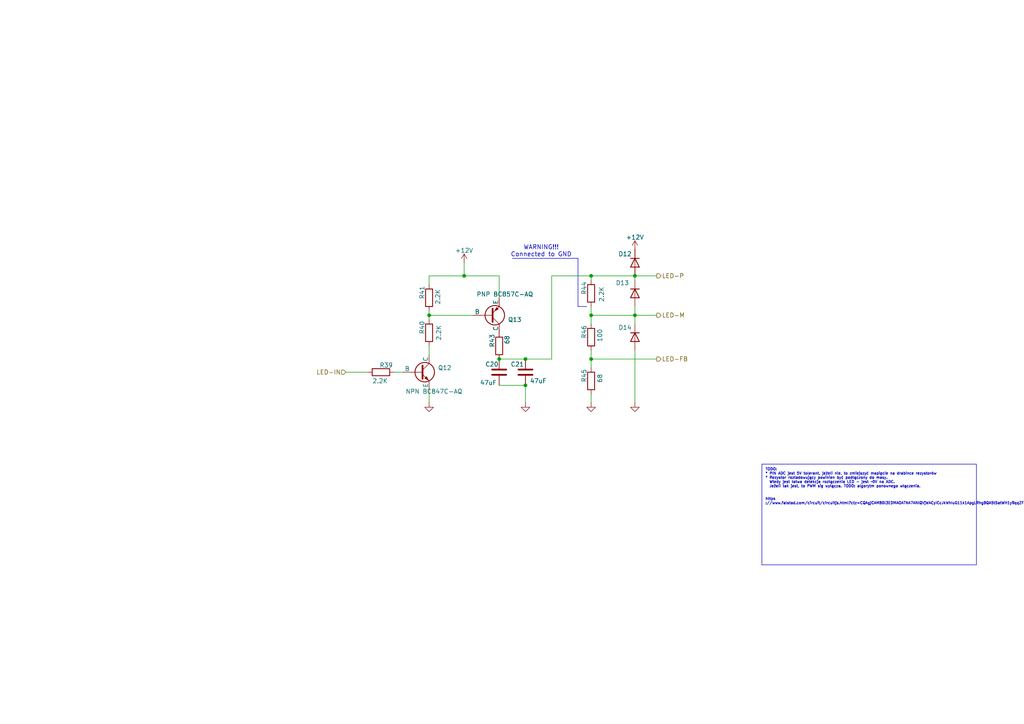
<source format=kicad_sch>
(kicad_sch (version 20250114) (generator "eeschema") (generator_version "9.0")
  (paper "A4")
  (lib_symbols
    (symbol "Device:C" (pin_numbers (hide yes)) (pin_names (offset 0.254))
      (property "Reference" "C" (at 0.635 2.54 0))
      (property "Value" "C" (at 0.635 -2.54 0))
      (symbol "C_0_1"
        (polyline (pts (xy -2.032 0.762) (xy 2.032 0.762)) (stroke (width 0.508)))
        (polyline (pts (xy -2.032 -0.762) (xy 2.032 -0.762)) (stroke (width 0.508)))
      )
      (symbol "C_1_1"
        (pin passive line (at 0 3.81 270) (length 2.794) (name "~") (number "1"))
        (pin passive line (at 0 -3.81 90) (length 2.794) (name "~") (number "2"))
      )
    )
    (symbol "Device:D" (pin_numbers (hide yes)) (pin_names (offset 1.016) (hide yes))
      (property "Reference" "D" (at 0 2.54 0))
      (property "Value" "D" (at 0 -2.54 0))
      (symbol "D_0_1"
        (polyline (pts (xy -1.27 1.27) (xy -1.27 -1.27)) (stroke (width 0.254)))
        (polyline (pts (xy 1.27 1.27) (xy 1.27 -1.27) (xy -1.27 0) (xy 1.27 1.27)) (stroke (width 0.254)))
        (polyline (pts (xy 1.27 0) (xy -1.27 0)))
      )
      (symbol "D_1_1"
        (pin passive line (at -3.81 0 0) (length 2.54) (name "K") (number "1"))
        (pin passive line (at 3.81 0 180) (length 2.54) (name "A") (number "2"))
      )
    )
    (symbol "Device:R" (pin_numbers (hide yes)) (pin_names (offset 0))
      (property "Reference" "R" (at 2.032 0 90))
      (property "Value" "R" (at 0 0 90))
      (symbol "R_0_1"
        (rectangle (start -1.016 -2.54) (end 1.016 2.54) (stroke (width 0.254)))
      )
      (symbol "R_1_1"
        (pin passive line (at 0 3.81 270) (length 1.27) (name "~") (number "1"))
        (pin passive line (at 0 -3.81 90) (length 1.27) (name "~") (number "2"))
      )
    )
    (symbol "NPN_1" (pin_numbers (hide yes)) (pin_names (offset 0))
      (property "Reference" "Q1" (at 5.08 1.2701 0))
      (property "Value" "NPN" (at 5.08 -1.2699 0))
      (symbol "NPN_1_0_1"
        (polyline (pts (xy -2.54 0) (xy 0.635 0)) (stroke (width 0.1524)))
        (polyline (pts (xy 0.635 1.905) (xy 0.635 -1.905) (xy 0.635 -1.905)) (stroke (width 0.508)))
        (polyline (pts (xy 0.635 0.635) (xy 2.54 2.54)))
        (polyline (pts (xy 0.635 -0.635) (xy 2.54 -2.54) (xy 2.54 -2.54)))
        (circle (center 1.27 0) (radius 2.8194) (stroke (width 0.254)))
        (polyline (pts (xy 1.27 -1.778) (xy 1.778 -1.27) (xy 2.286 -2.286) (xy 1.27 -1.778) (xy 1.27 -1.778)) (fill (type outline)))
        (polyline (pts (xy 2.794 -1.27) (xy 2.794 -1.27)) (stroke (width 0.1524)))
        (polyline (pts (xy 2.794 -1.27) (xy 2.794 -1.27)) (stroke (width 0.1524)))
      )
      (symbol "NPN_1_1_1"
        (pin input line (at -5.08 0 0) (length 2.54) (name "B") (number "1"))
        (pin open_collector line (at 2.54 5.08 270) (length 2.54) (name "C") (number "3"))
        (pin open_emitter line (at 2.54 -5.08 90) (length 2.54) (name "E") (number "2"))
      )
    )
    (symbol "Simulation_SPICE:PNP" (pin_numbers (hide yes)) (pin_names (offset 0))
      (property "Reference" "Q13" (at 5.08 1.2701 0))
      (property "Value" "PNP" (at 5.08 -1.2699 0))
      (symbol "PNP_0_1"
        (polyline (pts (xy -2.54 0) (xy 0.635 0)) (stroke (width 0.1524)))
        (polyline (pts (xy 0.635 1.905) (xy 0.635 -1.905) (xy 0.635 -1.905)) (stroke (width 0.508)))
        (polyline (pts (xy 0.635 0.635) (xy 2.54 2.54)))
        (polyline (pts (xy 0.635 -0.635) (xy 2.54 -2.54) (xy 2.54 -2.54)))
        (circle (center 1.27 0) (radius 2.8194) (stroke (width 0.254)))
        (polyline (pts (xy 2.286 -1.778) (xy 1.778 -2.286) (xy 1.27 -1.27) (xy 2.286 -1.778) (xy 2.286 -1.778)) (fill (type outline)))
      )
      (symbol "PNP_1_1"
        (pin input line (at -5.08 0 0) (length 2.54) (name "B") (number "1"))
        (pin open_collector line (at 2.54 5.08 270) (length 2.54) (name "C") (number "3"))
        (pin open_emitter line (at 2.54 -5.08 90) (length 2.54) (name "E") (number "2"))
      )
    )
    (symbol "power:+12V" (power) (pin_numbers (hide yes)) (pin_names (offset 0) (hide yes))
      (property "Value" "+12V" (at 0 3.556 0))
      (symbol "+12V_0_1"
        (polyline (pts (xy -0.762 1.27) (xy 0 2.54)))
        (polyline (pts (xy 0 2.54) (xy 0.762 1.27)))
        (polyline (pts (xy 0 0) (xy 0 2.54)))
      )
      (symbol "+12V_1_1"
        (pin power_in line (at 0 0 90) (length 0) (name "~") (number "1"))
      )
    )
    (symbol "power:GND" (power) (pin_numbers (hide yes)) (pin_names (offset 0) (hide yes))
      (property "Value" "GND" (at 0 -3.81 0))
      (symbol "GND_0_1"
        (polyline (pts (xy 0 0) (xy 0 -1.27) (xy 1.27 -1.27) (xy 0 -2.54) (xy -1.27 -1.27) (xy 0 -1.27)))
      )
      (symbol "GND_1_1"
        (pin power_in line (at 0 0 270) (length 0) (name "~") (number "1"))
      )
    )
  )
  (text "WARNING!!!\nConnected to GND" (at 156.972 72.898 0) (effects (font (size 1.27 1.27))))
  (text_box "TODO:\n* PIN ADC jest 5V tolerant, jeżeli nie, to zmiejszyć mapięcie na drabince rezystorów\n* Rezystor rozładowujący powinien być podłączony do masy.\n  Wtedy jest łatwa detekcja rozłączenia LED - jest ~0V na ADC.\n  Jeżeli tak jest, to PWM się wyłącza. TODO: algorytm ponownego włączenia.\n  \n\nhttps ://www.falstad.com/circuit/circuitjs.html?ctz=CQAgjCAMB0l3EDMAOATNA7ANlQVjWACyICcJkWhIuG11k1ApgLRhgBQA5tSatWH1y9qqZFCjsAxjz7FBw3AJBUY8SCRXjI7AE4hEiLMsSy4xvg1Tx2ABxDIzhQmIcNFfRFokA3fYf4e-nLigvDg0LjhkQyqiFx+Ru4J1FgxEgAuyo4mypTm4hBpYGYAJowAZgCGAK4ANunxhHlOYk1UhCRGMbq57WBGbfq4FiBWcD2DiMO9o8hiltYASjOirXl4XeKEDEppMLjsmbhOQ-Ie0wysXsUMZVV1DctCgYnCG17b4CMxET0Y0y0QP9BLsQFhkOx+nw2JAqKhUFQYVRELDRiA7jV6sxaowSuAvKoOFDwMVkaikfpkHD0RVMelsbj8XtYBw9M98uzDPMwRDuMCAkDpsNudo9BhUSgqPzViExuwAO72RzOQWyFXaRX8pKuAUamT5LAYWQ5PWG418M2UlQKsFGq22vgy012mXSuYSTXTSX2PLevWdSzuinw62K5C+qkk1GDUWq5Qq-l+8DjT2O906p2QnBR5GRimDPgYh4MvGFLQs9jbTzhqjCnNgz4MFEAfUozcgzYEohI7dgCF78DAzdYzdQzZbcUVwYRXzMJm6U9J9oEc-BEgAzrOm2uV02rAUQFVauvGDbJkKTlMLJXIJ4wMIBK1+rNuYRm2+O9sSMhm7gB7eBD-EcxzfOJNzmQMxADF8vCPE8b08DpElSBsGEoIpWw-d91B-KxezHYDO3HeJxVzKVo2fBclUg+wHBg7QAHt8TLR9bygPtIEKDiy2hfR2CYsBqwKeESC4wd2PEiBoU8OIgA" (at 220.98 134.62 0) (size 62.23 29.21) (margins 0.9525 0.9525 0.9525 0.9525) (effects (font (size 0.762 0.762)) (justify left top)))
  (junction (at 152.4 111.76))
  (junction (at 171.45 80.01))
  (junction (at 171.45 91.44))
  (junction (at 124.46 91.44))
  (junction (at 184.15 91.44))
  (junction (at 152.4 104.14))
  (junction (at 144.78 104.14))
  (junction (at 184.15 80.01))
  (junction (at 171.45 104.14))
  (junction (at 134.62 80.01))
  (wire (pts (xy 184.15 80.01) (xy 184.15 81.28)))
  (wire (pts (xy 124.46 91.44) (xy 137.16 91.44)))
  (wire (pts (xy 124.46 90.17) (xy 124.46 91.44)))
  (wire (pts (xy 184.15 80.01) (xy 190.5 80.01)))
  (wire (pts (xy 144.78 104.14) (xy 152.4 104.14)))
  (wire (pts (xy 124.46 100.33) (xy 124.46 102.87)))
  (wire (pts (xy 160.02 80.01) (xy 160.02 104.14)))
  (wire (pts (xy 171.45 104.14) (xy 190.5 104.14)))
  (wire (pts (xy 152.4 104.14) (xy 160.02 104.14)))
  (wire (pts (xy 171.45 88.9) (xy 171.45 91.44)))
  (wire (pts (xy 171.45 91.44) (xy 184.15 91.44)))
  (polyline (pts (xy 167.64 88.9) (xy 170.18 88.9)))
  (wire (pts (xy 124.46 80.01) (xy 134.62 80.01)))
  (wire (pts (xy 171.45 114.3) (xy 171.45 116.84)))
  (wire (pts (xy 171.45 101.6) (xy 171.45 104.14)))
  (wire (pts (xy 171.45 80.01) (xy 184.15 80.01)))
  (wire (pts (xy 184.15 88.9) (xy 184.15 91.44)))
  (polyline (pts (xy 167.64 74.93) (xy 167.64 88.9)))
  (wire (pts (xy 184.15 91.44) (xy 184.15 93.98)))
  (wire (pts (xy 124.46 82.55) (xy 124.46 80.01)))
  (wire (pts (xy 171.45 80.01) (xy 160.02 80.01)))
  (wire (pts (xy 124.46 91.44) (xy 124.46 92.71)))
  (wire (pts (xy 171.45 104.14) (xy 171.45 106.68)))
  (wire (pts (xy 171.45 91.44) (xy 171.45 93.98)))
  (wire (pts (xy 152.4 111.76) (xy 152.4 116.84)))
  (wire (pts (xy 144.78 80.01) (xy 144.78 86.36)))
  (wire (pts (xy 134.62 76.2) (xy 134.62 80.01)))
  (wire (pts (xy 134.62 80.01) (xy 144.78 80.01)))
  (wire (pts (xy 114.3 107.95) (xy 116.84 107.95)))
  (wire (pts (xy 124.46 113.03) (xy 124.46 116.84)))
  (wire (pts (xy 144.78 111.76) (xy 152.4 111.76)))
  (wire (pts (xy 184.15 101.6) (xy 184.15 116.84)))
  (polyline (pts (xy 148.59 74.93) (xy 167.64 74.93)))
  (wire (pts (xy 100.33 107.95) (xy 106.68 107.95)))
  (wire (pts (xy 184.15 91.44) (xy 190.5 91.44)))
  (wire (pts (xy 171.45 80.01) (xy 171.45 81.28)))
  (hierarchical_label "LED-M" (shape output) (at 190.5 91.44 0))
  (hierarchical_label "LED-P" (shape output) (at 190.5 80.01 0))
  (hierarchical_label "LED-IN" (shape input) (at 100.33 107.95 180))
  (hierarchical_label "LED-FB" (shape output) (at 190.5 104.14 0))
  (symbol (lib_id "power:+12V") (at 184.15 72.39 0) (unit 1)
    (property "Reference" "#PWR063" (effects (hide yes)))
    (property "Value" "+12V" (at 184.15 68.834 0))
    (property "Description" "Power symbol creates a global label with name \"+12V\"" (effects (hide yes)))
    (instances (project "io-board" (path "" (reference "#PWR063") (unit 1)) (path "" (reference "#PWR068") (unit 1))))
  )
  (symbol (lib_name "NPN_1") (lib_id "Simulation_SPICE:NPN") (at 121.92 107.95 0) (unit 1)
    (property "Reference" "Q12" (at 127 106.6799 0) (effects (justify left)))
    (property "Value" "NPN BC847C-AQ" (at 117.602 113.538 0) (effects (justify left)))
    (property "Footprint" "Package_TO_SOT_SMD:SOT-23" (effects (hide yes)))
    (property "Datasheet" "https://ngspice.sourceforge.io/docs/ngspice-html-manual/manual.xhtml#cha_BJTs" (effects (hide yes)))
    (property "Description" "Bipolar transistor symbol for simulation only, substrate tied to the emitter" (effects (hide yes)))
    (property "Sim.Device" "NPN" (effects (hide yes)))
    (property "Sim.Type" "GUMMELPOON" (effects (hide yes)))
    (property "Sim.Pins" "1=C 2=B 3=E" (effects (hide yes)))
    (instances (project "io-board" (path "" (reference "Q12") (unit 1)) (path "" (reference "Q14") (unit 1))))
  )
  (symbol (lib_id "power:GND") (at 152.4 116.84 0) (unit 1)
    (property "Reference" "#PWR060" (effects (hide yes)))
    (property "Value" "GND" (effects (hide yes)))
    (property "Description" "Power symbol creates a global label with name \"GND\" , ground" (effects (hide yes)))
    (instances (project "io-board" (path "" (reference "#PWR060") (unit 1)) (path "" (reference "#PWR066") (unit 1))))
  )
  (symbol (lib_id "Device:R") (at 171.45 110.49 180) (unit 1)
    (property "Reference" "R45" (at 169.418 108.966 90))
    (property "Value" "68" (at 173.99 109.728 90))
    (property "Footprint" "Resistor_SMD:R_0805_2012Metric_Pad1.20x1.40mm_HandSolder" (effects (hide yes)))
    (property "Description" "Resistor" (effects (hide yes)))
    (instances (project "io-board" (path "" (reference "R45") (unit 1)) (path "" (reference "R54") (unit 1))))
  )
  (symbol (lib_id "power:GND") (at 171.45 116.84 0) (unit 1)
    (property "Reference" "#PWR061" (effects (hide yes)))
    (property "Value" "GND" (effects (hide yes)))
    (property "Description" "Power symbol creates a global label with name \"GND\" , ground" (effects (hide yes)))
    (instances (project "io-board" (path "" (reference "#PWR061") (unit 1)) (path "" (reference "#PWR067") (unit 1))))
  )
  (symbol (lib_id "Device:R") (at 124.46 96.52 180) (unit 1)
    (property "Reference" "R40" (at 122.428 94.996 90))
    (property "Value" "2.2K" (at 127.254 96.52 90))
    (property "Footprint" "Resistor_SMD:R_0805_2012Metric_Pad1.20x1.40mm_HandSolder" (effects (hide yes)))
    (property "Description" "Resistor" (effects (hide yes)))
    (instances (project "io-board" (path "" (reference "R40") (unit 1)) (path "" (reference "R49") (unit 1))))
  )
  (symbol (lib_id "Device:D") (at 184.15 85.09 270) (unit 1)
    (property "Reference" "D13" (at 178.562 82.042 90) (effects (justify left)))
    (property "Value" "Vishay MCL4448-TR" (effects (hide yes)))
    (property "Footprint" "Diode_SMD:D_0805_2012Metric_Pad1.15x1.40mm_HandSolder" (effects (hide yes)))
    (property "Description" "Diode" (effects (hide yes)))
    (property "Sim.Device" "D" (effects (hide yes)))
    (property "Sim.Pins" "1=K 2=A" (effects (hide yes)))
    (instances (project "io-board" (path "" (reference "D13") (unit 1)) (path "" (reference "D16") (unit 1))))
  )
  (symbol (lib_id "Device:R") (at 110.49 107.95 90) (unit 1)
    (property "Reference" "R39" (at 112.014 105.918 90))
    (property "Value" "2.2K" (at 110.236 110.49 90))
    (property "Footprint" "Resistor_SMD:R_0805_2012Metric_Pad1.20x1.40mm_HandSolder" (effects (hide yes)))
    (property "Description" "Resistor" (effects (hide yes)))
    (instances (project "io-board" (path "" (reference "R39") (unit 1)) (path "" (reference "R47") (unit 1))))
  )
  (symbol (lib_id "Device:D") (at 184.15 97.79 270) (unit 1)
    (property "Reference" "D14" (at 179.324 94.996 90) (effects (justify left)))
    (property "Value" "Vishay MCL4448-TR" (effects (hide yes)))
    (property "Footprint" "Diode_SMD:D_0805_2012Metric_Pad1.15x1.40mm_HandSolder" (effects (hide yes)))
    (property "Description" "Diode" (effects (hide yes)))
    (property "Sim.Device" "D" (effects (hide yes)))
    (property "Sim.Pins" "1=K 2=A" (effects (hide yes)))
    (instances (project "io-board" (path "" (reference "D14") (unit 1)) (path "" (reference "D17") (unit 1))))
  )
  (symbol (lib_id "Device:C") (at 152.4 107.95 0) (unit 1)
    (property "Reference" "C21" (at 148.082 105.664 0) (effects (justify left)))
    (property "Value" "47uF" (at 153.67 110.49 0) (effects (justify left)))
    (property "Footprint" "Capacitor_SMD:C_1210_3225Metric_Pad1.33x2.70mm_HandSolder" (effects (hide yes)))
    (property "Description" "Unpolarized capacitor" (effects (hide yes)))
    (instances (project "io-board" (path "" (reference "C21") (unit 1)) (path "" (reference "C24") (unit 1))))
  )
  (symbol (lib_id "Device:R") (at 171.45 97.79 180) (unit 1)
    (property "Reference" "R46" (at 169.418 96.266 90))
    (property "Value" "100" (at 173.99 97.282 90))
    (property "Footprint" "Resistor_SMD:R_0805_2012Metric_Pad1.20x1.40mm_HandSolder" (effects (hide yes)))
    (property "Description" "Resistor" (effects (hide yes)))
    (instances (project "io-board" (path "" (reference "R46") (unit 1)) (path "" (reference "R53") (unit 1))))
  )
  (symbol (lib_id "power:GND") (at 124.46 116.84 0) (unit 1)
    (property "Reference" "#PWR058" (effects (hide yes)))
    (property "Value" "GND" (effects (hide yes)))
    (property "Description" "Power symbol creates a global label with name \"GND\" , ground" (effects (hide yes)))
    (instances (project "io-board" (path "" (reference "#PWR058") (unit 1)) (path "" (reference "#PWR064") (unit 1))))
  )
  (symbol (lib_id "power:+12V") (at 134.62 76.2 0) (unit 1)
    (property "Reference" "#PWR059" (effects (hide yes)))
    (property "Value" "+12V" (at 134.62 72.644 0))
    (property "Description" "Power symbol creates a global label with name \"+12V\"" (effects (hide yes)))
    (instances (project "io-board" (path "" (reference "#PWR059") (unit 1)) (path "" (reference "#PWR065") (unit 1))))
  )
  (symbol (lib_id "Device:C") (at 144.78 107.95 0) (unit 1)
    (property "Reference" "C20" (at 140.716 105.664 0) (effects (justify left)))
    (property "Value" "47uF" (at 139.192 110.998 0) (effects (justify left)))
    (property "Footprint" "Capacitor_SMD:C_1210_3225Metric_Pad1.33x2.70mm_HandSolder" (effects (hide yes)))
    (property "Description" "Unpolarized capacitor" (effects (hide yes)))
    (instances (project "" (path "" (reference "C20") (unit 1)) (path "" (reference "C23") (unit 1))))
  )
  (symbol (lib_id "power:GND") (at 184.15 116.84 0) (unit 1)
    (property "Reference" "#PWR062" (effects (hide yes)))
    (property "Value" "GND" (effects (hide yes)))
    (property "Description" "Power symbol creates a global label with name \"GND\" , ground" (effects (hide yes)))
    (instances (project "io-board" (path "" (reference "#PWR062") (unit 1)) (path "" (reference "#PWR069") (unit 1))))
  )
  (symbol (lib_id "Device:R") (at 144.78 100.33 180) (unit 1)
    (property "Reference" "R43" (at 142.748 98.806 90))
    (property "Value" "68" (at 147.066 98.552 90))
    (property "Footprint" "Resistor_SMD:R_0805_2012Metric_Pad1.20x1.40mm_HandSolder" (effects (hide yes)))
    (property "Description" "Resistor" (effects (hide yes)))
    (instances (project "io-board" (path "" (reference "R43") (unit 1)) (path "" (reference "R51") (unit 1))))
  )
  (symbol (lib_id "Device:R") (at 124.46 86.36 180) (unit 1)
    (property "Reference" "R41" (at 122.428 84.836 90))
    (property "Value" "2.2K" (at 127 86.106 90))
    (property "Footprint" "Resistor_SMD:R_0805_2012Metric_Pad1.20x1.40mm_HandSolder" (effects (hide yes)))
    (property "Description" "Resistor" (effects (hide yes)))
    (instances (project "io-board" (path "" (reference "R41") (unit 1)) (path "" (reference "R48") (unit 1))))
  )
  (symbol (lib_id "Device:R") (at 171.45 85.09 180) (unit 1)
    (property "Reference" "R44" (at 169.418 83.566 90))
    (property "Value" "2.2K" (at 174.498 85.344 90))
    (property "Footprint" "Resistor_SMD:R_0805_2012Metric_Pad1.20x1.40mm_HandSolder" (effects (hide yes)))
    (property "Description" "Resistor" (effects (hide yes)))
    (instances (project "io-board" (path "" (reference "R44") (unit 1)) (path "" (reference "R52") (unit 1))))
  )
  (symbol (lib_id "Device:D") (at 184.15 76.2 270) (unit 1)
    (property "Reference" "D12" (at 179.324 73.66 90) (effects (justify left)))
    (property "Value" "Vishay MCL4448-TR" (effects (hide yes)))
    (property "Footprint" "Diode_SMD:D_0805_2012Metric_Pad1.15x1.40mm_HandSolder" (effects (hide yes)))
    (property "Description" "Diode" (effects (hide yes)))
    (property "Sim.Device" "D" (effects (hide yes)))
    (property "Sim.Pins" "1=K 2=A" (effects (hide yes)))
    (instances (project "io-board" (path "" (reference "D12") (unit 1)) (path "" (reference "D15") (unit 1))))
  )
  (symbol (lib_id "Simulation_SPICE:PNP") (at 142.24 91.44 0) (mirror x) (unit 1)
    (property "Reference" "Q13" (at 147.32 92.7101 0) (effects (justify left)))
    (property "Value" "PNP BC857C-AQ" (at 138.176 85.344 0) (effects (justify left)))
    (property "Footprint" "Package_TO_SOT_SMD:SOT-23" (effects (hide yes)))
    (property "Datasheet" "https://ngspice.sourceforge.io/docs/ngspice-html-manual/manual.xhtml#cha_BJTs" (effects (hide yes)))
    (property "Description" "Bipolar transistor symbol for simulation only, substrate tied to the emitter" (effects (hide yes)))
    (property "Sim.Device" "PNP" (effects (hide yes)))
    (property "Sim.Type" "GUMMELPOON" (effects (hide yes)))
    (property "Sim.Pins" "1=C 2=B 3=E" (effects (hide yes)))
    (instances (project "" (path "" (reference "Q13") (unit 1)) (path "" (reference "Q15") (unit 1))))
  )
)
</source>
